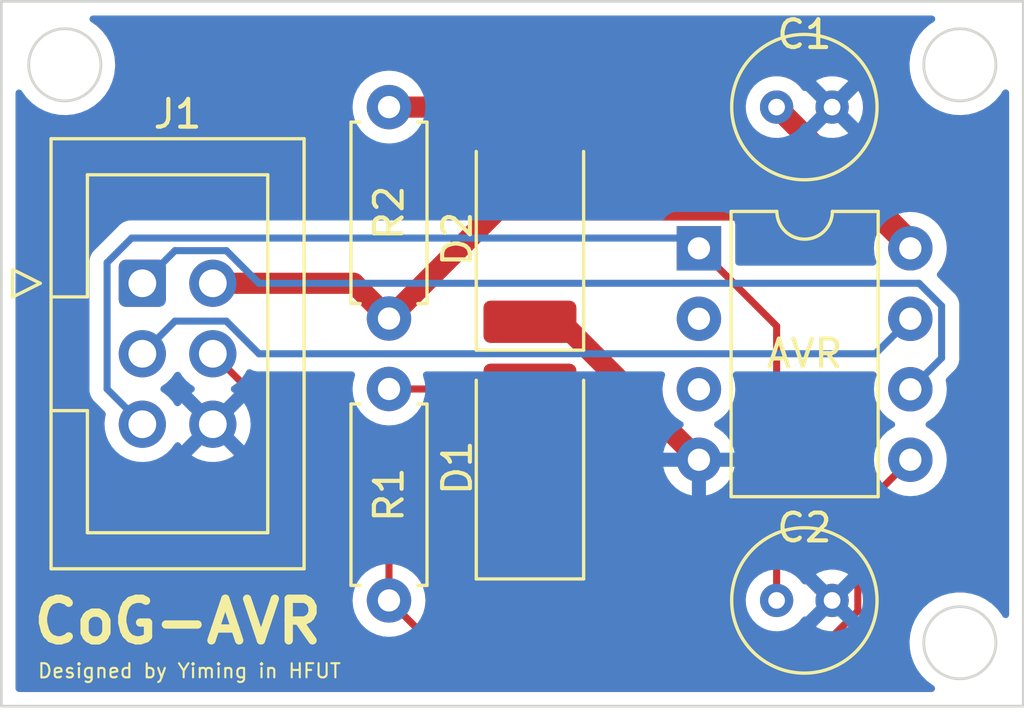
<source format=kicad_pcb>
(kicad_pcb (version 20211014) (generator pcbnew)
  (layers (0 "F.Cu" signal) (31 "B.Cu" signal) (34 "B.Paste" user) (35 "F.Paste" user) (36 "B.SilkS" user "B.Silkscreen") (37 "F.SilkS" user "F.Silkscreen") (38 "B.Mask" user) (39 "F.Mask" user) (44 "Edge.Cuts" user))
  (net 0 "")
  (net 1 "+5V")
  (net 2 "GND")
  (net 3 "/RST")
  (net 4 "/MOSI")
  (net 5 "/MISO")
  (net 6 "/SCK")
  (net 9 "Net-(D1-Pad2)")
  (net 10 "Net-(D2-Pad2)")
  (footprint "LED_SMD:LED_2512_6332Metric_Pad1.52x3.35mm_HandSolder" (layer "F.Cu") (at 143.51 95.545 90)
    (fp_text reference "D1" (at 0 -2.62 90) (layer "F.SilkS"))
    (fp_text value "GREEN")
    (fp_line (start 3.15 -1.935) (end -4.01 -1.935) (layer "F.SilkS") (width 0.12))
    (fp_line (start -4.01 -1.935) (end -4.01 1.935) (layer "F.SilkS") (width 0.12))
    (fp_line (start -4.01 1.935) (end 3.15 1.935) (layer "F.SilkS") (width 0.12))
    (pad "1" smd roundrect (at -2.9875 0 90) (size 1.525 3.35) (layers "F.Cu" "F.Paste" "F.Mask") (roundrect_rratio 0.163934) (net 2 "GND"))
    (pad "2" smd roundrect (at 2.9875 0 90) (size 1.525 3.35) (layers "F.Cu" "F.Paste" "F.Mask") (roundrect_rratio 0.163934) (net 9 "Net-(D1-Pad2)"))
  )
  (footprint "Resistor_THT:R_Axial_DIN0207_L6.3mm_D2.5mm_P7.62mm_Horizontal" (layer "F.Cu") (at 138.43 82.55 -90)
    (fp_text reference "R2" (at 3.81 0 90) (layer "F.SilkS"))
    (fp_text value "R")
    (fp_line (start 0.54 1.37) (end 7.08 1.37) (layer "F.SilkS") (width 0.12))
    (fp_line (start 7.08 1.37) (end 7.08 1.04) (layer "F.SilkS") (width 0.12))
    (fp_line (start 0.54 -1.37) (end 7.08 -1.37) (layer "F.SilkS") (width 0.12))
    (fp_line (start 0.54 -1.04) (end 0.54 -1.37) (layer "F.SilkS") (width 0.12))
    (fp_line (start 0.54 1.04) (end 0.54 1.37) (layer "F.SilkS") (width 0.12))
    (fp_line (start 7.08 -1.37) (end 7.08 -1.04) (layer "F.SilkS") (width 0.12))
    (pad "1" thru_hole circle (at 0 0 270) (size 1.6 1.6) (drill 0.8) (layers *.Cu *.Mask) (net 10 "Net-(D2-Pad2)"))
    (pad "2" thru_hole oval (at 7.62 0 270) (size 1.6 1.6) (drill 0.8) (layers *.Cu *.Mask) (net 1 "+5V"))
  )
  (footprint "Capacitor_THT:C_Radial_D5.0mm_H5.0mm_P2.00mm" (layer "F.Cu") (at 152.4 100.33)
    (fp_text reference "C2" (at 1 -2.62) (layer "F.SilkS"))
    (fp_text value "C")
    (fp_circle (center 1 0) (end 3.62 0) (layer "F.SilkS") (width 0.12) (fill none))
    (pad "1" thru_hole circle (at 0 0) (size 1.2 1.2) (drill 0.6) (layers *.Cu *.Mask) (net 3 "/RST"))
    (pad "2" thru_hole circle (at 2 0) (size 1.2 1.2) (drill 0.6) (layers *.Cu *.Mask) (net 2 "GND"))
  )
  (footprint "Connector_IDC:IDC-Header_2x03_P2.54mm_Vertical" (layer "F.Cu") (at 129.54 88.9)
    (fp_text reference "J1" (at 1.27 -6.1) (layer "F.SilkS"))
    (fp_text value "Conn_02x03")
    (fp_line (start -1.98 0.49) (end -1.98 -3.91) (layer "F.SilkS") (width 0.12))
    (fp_line (start -4.68 -0.5) (end -4.68 0.5) (layer "F.SilkS") (width 0.12))
    (fp_line (start 4.52 8.99) (end -1.98 8.99) (layer "F.SilkS") (width 0.12))
    (fp_line (start -1.98 8.99) (end -1.98 4.59) (layer "F.SilkS") (width 0.12))
    (fp_line (start -4.68 0.5) (end -3.68 0) (layer "F.SilkS") (width 0.12))
    (fp_line (start 5.83 -5.21) (end 5.83 10.29) (layer "F.SilkS") (width 0.12))
    (fp_line (start -3.68 0) (end -4.68 -0.5) (layer "F.SilkS") (width 0.12))
    (fp_line (start -1.98 4.59) (end -3.29 4.59) (layer "F.SilkS") (width 0.12))
    (fp_line (start 5.83 10.29) (end -3.29 10.29) (layer "F.SilkS") (width 0.12))
    (fp_line (start -1.98 -3.91) (end 4.52 -3.91) (layer "F.SilkS") (width 0.12))
    (fp_line (start -3.29 -5.21) (end 5.83 -5.21) (layer "F.SilkS") (width 0.12))
    (fp_line (start -1.98 4.59) (end -1.98 4.59) (layer "F.SilkS") (width 0.12))
    (fp_line (start 4.52 -3.91) (end 4.52 8.99) (layer "F.SilkS") (width 0.12))
    (fp_line (start -3.29 0.49) (end -1.98 0.49) (layer "F.SilkS") (width 0.12))
    (fp_line (start -3.29 10.29) (end -3.29 -5.21) (layer "F.SilkS") (width 0.12))
    (pad "1" thru_hole roundrect (at 0 0) (size 1.7 1.7) (drill 1) (layers *.Cu *.Mask) (roundrect_rratio 0.147059) (net 5 "/MISO"))
    (pad "2" thru_hole circle (at 2.54 0) (size 1.7 1.7) (drill 1) (layers *.Cu *.Mask) (net 1 "+5V"))
    (pad "3" thru_hole circle (at 0 2.54) (size 1.7 1.7) (drill 1) (layers *.Cu *.Mask) (net 6 "/SCK"))
    (pad "4" thru_hole circle (at 2.54 2.54) (size 1.7 1.7) (drill 1) (layers *.Cu *.Mask) (net 4 "/MOSI"))
    (pad "5" thru_hole circle (at 0 5.08) (size 1.7 1.7) (drill 1) (layers *.Cu *.Mask) (net 3 "/RST"))
    (pad "6" thru_hole circle (at 2.54 5.08) (size 1.7 1.7) (drill 1) (layers *.Cu *.Mask) (net 2 "GND"))
  )
  (footprint "LED_SMD:LED_2512_6332Metric_Pad1.52x3.35mm_HandSolder" (layer "F.Cu") (at 143.51 87.3 90)
    (fp_text reference "D2" (at 0 -2.62 90) (layer "F.SilkS"))
    (fp_text value "RED")
    (fp_line (start -4.01 1.935) (end 3.15 1.935) (layer "F.SilkS") (width 0.12))
    (fp_line (start -4.01 -1.935) (end -4.01 1.935) (layer "F.SilkS") (width 0.12))
    (fp_line (start 3.15 -1.935) (end -4.01 -1.935) (layer "F.SilkS") (width 0.12))
    (pad "1" smd roundrect (at -2.9875 0 90) (size 1.525 3.35) (layers "F.Cu" "F.Paste" "F.Mask") (roundrect_rratio 0.163934) (net 2 "GND"))
    (pad "2" smd roundrect (at 2.9875 0 90) (size 1.525 3.35) (layers "F.Cu" "F.Paste" "F.Mask") (roundrect_rratio 0.163934) (net 10 "Net-(D2-Pad2)"))
  )
  (footprint "Resistor_THT:R_Axial_DIN0207_L6.3mm_D2.5mm_P7.62mm_Horizontal" (layer "F.Cu") (at 138.43 92.71 -90)
    (fp_text reference "R1" (at 3.81 0 90) (layer "F.SilkS"))
    (fp_text value "R")
    (fp_line (start 0.54 1.37) (end 7.08 1.37) (layer "F.SilkS") (width 0.12))
    (fp_line (start 7.08 -1.37) (end 7.08 -1.04) (layer "F.SilkS") (width 0.12))
    (fp_line (start 0.54 1.04) (end 0.54 1.37) (layer "F.SilkS") (width 0.12))
    (fp_line (start 0.54 -1.04) (end 0.54 -1.37) (layer "F.SilkS") (width 0.12))
    (fp_line (start 7.08 1.37) (end 7.08 1.04) (layer "F.SilkS") (width 0.12))
    (fp_line (start 0.54 -1.37) (end 7.08 -1.37) (layer "F.SilkS") (width 0.12))
    (pad "1" thru_hole circle (at 0 0 270) (size 1.6 1.6) (drill 0.8) (layers *.Cu *.Mask) (net 9 "Net-(D1-Pad2)"))
    (pad "2" thru_hole oval (at 7.62 0 270) (size 1.6 1.6) (drill 0.8) (layers *.Cu *.Mask) (net 4 "/MOSI"))
  )
  (footprint "Capacitor_THT:C_Radial_D5.0mm_H5.0mm_P2.00mm" (layer "F.Cu") (at 152.4 82.55)
    (fp_text reference "C1" (at 1 -2.62) (layer "F.SilkS"))
    (fp_text value "C")
    (fp_circle (center 1 0) (end 3.62 0) (layer "F.SilkS") (width 0.12) (fill none))
    (pad "1" thru_hole circle (at 0 0) (size 1.2 1.2) (drill 0.6) (layers *.Cu *.Mask) (net 1 "+5V"))
    (pad "2" thru_hole circle (at 2 0) (size 1.2 1.2) (drill 0.6) (layers *.Cu *.Mask) (net 2 "GND"))
  )
  (footprint "Package_DIP:DIP-8_W7.62mm" (layer "F.Cu") (at 149.6 87.64)
    (fp_text reference "AVR" (at 3.81 3.8) (layer "F.SilkS"))
    (fp_text value "ATtiny13A-P")
    (fp_line (start 1.16 8.95) (end 6.46 8.95) (layer "F.SilkS") (width 0.12))
    (fp_line (start 6.46 -1.33) (end 4.81 -1.33) (layer "F.SilkS") (width 0.12))
    (fp_line (start 6.46 8.95) (end 6.46 -1.33) (layer "F.SilkS") (width 0.12))
    (fp_line (start 2.81 -1.33) (end 1.16 -1.33) (layer "F.SilkS") (width 0.12))
    (fp_line (start 1.16 -1.33) (end 1.16 8.95) (layer "F.SilkS") (width 0.12))
    (fp_arc (start 4.81 -1.33) (mid 3.81 -0.33) (end 2.81 -1.33) (layer "F.SilkS") (width 0.12))
    (pad "1" thru_hole rect (at 0 0) (size 1.6 1.6) (drill 0.8) (layers *.Cu *.Mask) (net 3 "/RST"))
    (pad "2" thru_hole oval (at 0 2.54) (size 1.6 1.6) (drill 0.8) (layers *.Cu *.Mask))
    (pad "3" thru_hole oval (at 0 5.08) (size 1.6 1.6) (drill 0.8) (layers *.Cu *.Mask))
    (pad "4" thru_hole oval (at 0 7.62) (size 1.6 1.6) (drill 0.8) (layers *.Cu *.Mask) (net 2 "GND"))
    (pad "5" thru_hole oval (at 7.62 7.62) (size 1.6 1.6) (drill 0.8) (layers *.Cu *.Mask) (net 4 "/MOSI"))
    (pad "6" thru_hole oval (at 7.62 5.08) (size 1.6 1.6) (drill 0.8) (layers *.Cu *.Mask) (net 5 "/MISO"))
    (pad "7" thru_hole oval (at 7.62 2.54) (size 1.6 1.6) (drill 0.8) (layers *.Cu *.Mask) (net 6 "/SCK"))
    (pad "8" thru_hole oval (at 7.62 0) (size 1.6 1.6) (drill 0.8) (layers *.Cu *.Mask) (net 1 "+5V"))
  )
  (gr_circle (center 126.746 81.026) (end 128.046 81.026) (layer "Edge.Cuts") (width 0.1) (fill none))
  (gr_circle (center 159.004 101.854) (end 160.304 101.854) (layer "Edge.Cuts") (width 0.1) (fill none))
  (gr_circle (center 159.004 81.026) (end 160.304 81.026) (layer "Edge.Cuts") (width 0.1) (fill none))
  (gr_rect (start 124.46 78.74) (end 161.29 104.14) (layer "Edge.Cuts") (width 0.1) (fill none))
  (gr_text "CoG-AVR" (at 125.476 101.092) (layer "F.SilkS") (effects (font (size 1.5 1.5) (thickness 0.3)) (justify left)))
  (gr_text "Designed by Yiming in HFUT" (at 125.73 102.87) (layer "F.SilkS") (effects (font (size 0.508 0.508) (thickness 0.0762)) (justify left)))
  (segment (start 155.839489 86.259489) (end 157.22 87.64) (width 0.762) (layer "F.Cu") (net 1))
  (segment (start 138.43 90.17) (end 142.340511 86.259489) (width 0.762) (layer "F.Cu") (net 1))
  (segment (start 157.22 87.64) (end 157.22 87.37) (width 0.762) (layer "F.Cu") (net 1))
  (segment (start 148.690511 86.259489) (end 155.839489 86.259489) (width 0.762) (layer "F.Cu") (net 1))
  (segment (start 137.16 88.9) (end 138.43 90.17) (width 0.762) (layer "F.Cu") (net 1))
  (segment (start 132.08 88.9) (end 137.16 88.9) (width 0.762) (layer "F.Cu") (net 1))
  (segment (start 142.340511 86.259489) (end 148.690511 86.259489) (width 0.762) (layer "F.Cu") (net 1))
  (segment (start 157.22 87.37) (end 152.4 82.55) (width 0.762) (layer "F.Cu") (net 1))
  (segment (start 146.7825 95.26) (end 149.6 95.26) (width 0.254) (layer "F.Cu") (net 2))
  (segment (start 143.51 98.5325) (end 146.7825 95.26) (width 0.254) (layer "F.Cu") (net 2))
  (segment (start 143.51 90.2875) (end 144.6275 90.2875) (width 0.762) (layer "F.Cu") (net 2))
  (segment (start 144.6275 90.2875) (end 149.6 95.26) (width 0.762) (layer "F.Cu") (net 2))
  (segment (start 152.4 100.33) (end 152.4 90.44) (width 0.254) (layer "F.Cu") (net 3))
  (segment (start 152.4 90.44) (end 149.6 87.64) (width 0.254) (layer "F.Cu") (net 3))
  (segment (start 128.27 88.154678) (end 128.27 92.71) (width 0.254) (layer "B.Cu") (net 3))
  (segment (start 149.6 87.64) (end 149.229969 87.269969) (width 0.254) (layer "B.Cu") (net 3))
  (segment (start 149.229969 87.269969) (end 129.154709 87.269969) (width 0.254) (layer "B.Cu") (net 3))
  (segment (start 129.154709 87.269969) (end 128.27 88.154678) (width 0.254) (layer "B.Cu") (net 3))
  (segment (start 128.27 92.71) (end 129.54 93.98) (width 0.254) (layer "B.Cu") (net 3))
  (segment (start 138.43 97.79) (end 132.08 91.44) (width 0.254) (layer "F.Cu") (net 4))
  (segment (start 139.7 101.6) (end 138.43 100.33) (width 0.254) (layer "F.Cu") (net 4))
  (segment (start 155.326511 97.153489) (end 155.326511 100.713775) (width 0.254) (layer "F.Cu") (net 4))
  (segment (start 157.22 95.26) (end 155.326511 97.153489) (width 0.254) (layer "F.Cu") (net 4))
  (segment (start 155.326511 100.713775) (end 154.440286 101.6) (width 0.254) (layer "F.Cu") (net 4))
  (segment (start 138.43 100.33) (end 138.43 97.79) (width 0.254) (layer "F.Cu") (net 4))
  (segment (start 154.440286 101.6) (end 139.7 101.6) (width 0.254) (layer "F.Cu") (net 4))
  (segment (start 130.716511 87.723489) (end 129.54 88.9) (width 0.254) (layer "B.Cu") (net 5))
  (segment (start 133.743839 88.9) (end 132.567328 87.723489) (width 0.254) (layer "B.Cu") (net 5))
  (segment (start 157.22 92.72) (end 158.346511 91.593489) (width 0.254) (layer "B.Cu") (net 5))
  (segment (start 158.346511 89.713383) (end 157.533128 88.9) (width 0.254) (layer "B.Cu") (net 5))
  (segment (start 132.567328 87.723489) (end 130.716511 87.723489) (width 0.254) (layer "B.Cu") (net 5))
  (segment (start 158.346511 91.593489) (end 158.346511 89.713383) (width 0.254) (layer "B.Cu") (net 5))
  (segment (start 157.533128 88.9) (end 133.743839 88.9) (width 0.254) (layer "B.Cu") (net 5))
  (segment (start 155.96 91.44) (end 133.743839 91.44) (width 0.254) (layer "B.Cu") (net 6))
  (segment (start 130.716511 90.263489) (end 129.54 91.44) (width 0.254) (layer "B.Cu") (net 6))
  (segment (start 157.22 90.18) (end 155.96 91.44) (width 0.254) (layer "B.Cu") (net 6))
  (segment (start 132.567328 90.263489) (end 130.716511 90.263489) (width 0.254) (layer "B.Cu") (net 6))
  (segment (start 133.743839 91.44) (end 132.567328 90.263489) (width 0.254) (layer "B.Cu") (net 6))
  (segment (start 143.3575 92.71) (end 143.51 92.5575) (width 0.254) (layer "F.Cu") (net 9))
  (segment (start 138.43 92.71) (end 143.3575 92.71) (width 0.254) (layer "F.Cu") (net 9))
  (segment (start 141.7475 82.55) (end 143.51 84.3125) (width 0.762) (layer "F.Cu") (net 10))
  (segment (start 138.43 82.55) (end 141.7475 82.55) (width 0.762) (layer "F.Cu") (net 10))
  (zone (net 2) (net_name "GND") (layer "B.Cu") (connect_pads (clearance 0.508)) (min_thickness 0.254) (fill yes (thermal_gap 0.508) (thermal_bridge_width 0.508))
    (polygon (pts (xy 161.29 104.14) (xy 124.46 104.14) (xy 124.46 78.74) (xy 161.29 78.74)))
  )
)
</source>
